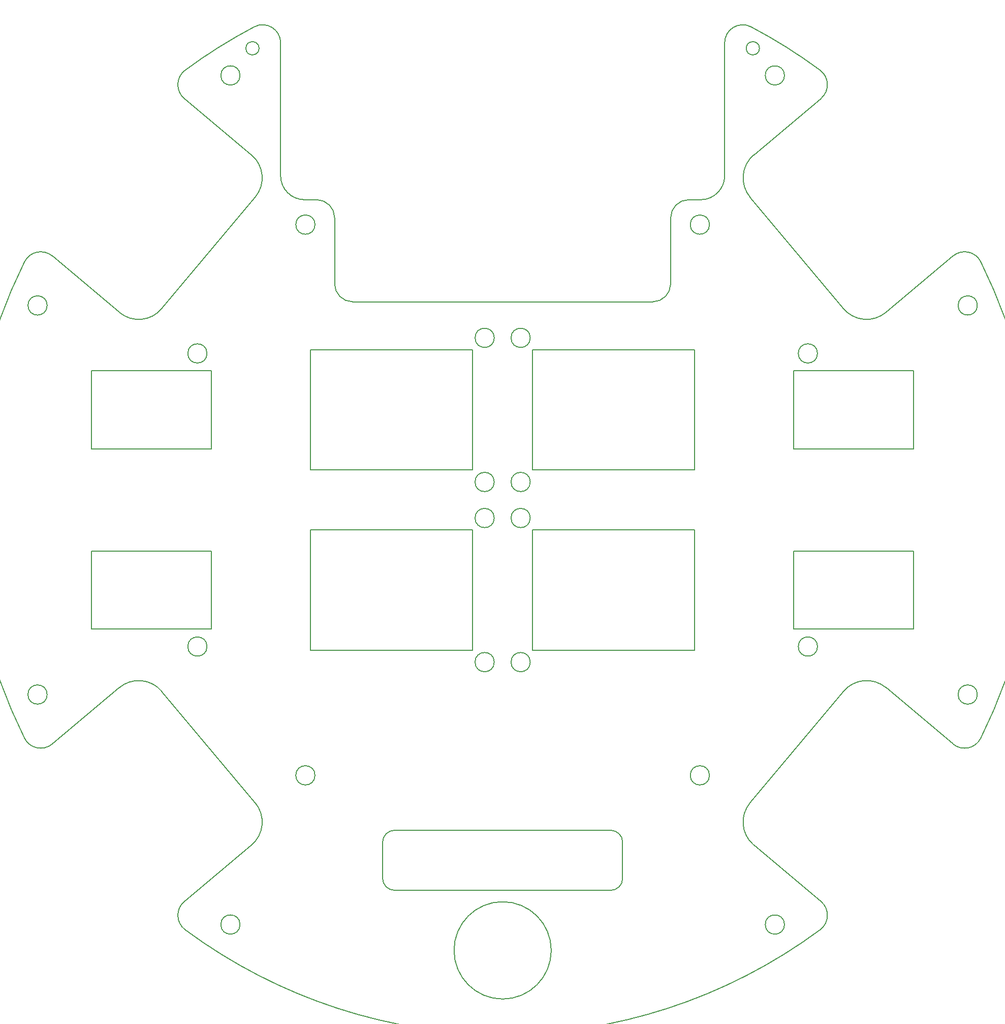
<source format=gm1>
G04 #@! TF.GenerationSoftware,KiCad,Pcbnew,7.0.9*
G04 #@! TF.CreationDate,2023-12-19T12:28:51+08:00*
G04 #@! TF.ProjectId,layer2,6c617965-7232-42e6-9b69-6361645f7063,rev?*
G04 #@! TF.SameCoordinates,Original*
G04 #@! TF.FileFunction,Profile,NP*
%FSLAX46Y46*%
G04 Gerber Fmt 4.6, Leading zero omitted, Abs format (unit mm)*
G04 Created by KiCad (PCBNEW 7.0.9) date 2023-12-19 12:28:51*
%MOMM*%
%LPD*%
G01*
G04 APERTURE LIST*
G04 #@! TA.AperFunction,Profile*
%ADD10C,0.200000*%
G04 #@! TD*
G04 APERTURE END LIST*
D10*
X29944656Y-64367696D02*
G75*
G03*
X25330811Y-65328595I-1928376J-2298074D01*
G01*
X29944652Y-145632300D02*
X41139374Y-136238813D01*
X151962107Y-175698510D02*
G75*
G03*
X151962107Y-175698510I-1600000J0D01*
G01*
X56500000Y-126500000D02*
X36500000Y-126500000D01*
X147793627Y-29782705D02*
G75*
G03*
X147793627Y-29782705I-1100000J0D01*
G01*
X153500000Y-113500000D02*
X173500000Y-113500000D01*
X73000000Y-110000000D02*
X100000000Y-110000000D01*
X109600000Y-108000000D02*
G75*
G03*
X109600000Y-108000000I-1600000J0D01*
G01*
X73000000Y-100000000D02*
X73000000Y-80000000D01*
X61237893Y-34301490D02*
G75*
G03*
X61237893Y-34301490I-1600000J0D01*
G01*
X25330836Y-144671393D02*
G75*
G03*
X29944652Y-145632300I2685464J1337193D01*
G01*
X157464887Y-80594994D02*
G75*
G03*
X157464887Y-80594994I-1600000J0D01*
G01*
X157903112Y-33430039D02*
G75*
G03*
X146395361Y-26212792I-52903612J-71570661D01*
G01*
X85000000Y-168000000D02*
G75*
G03*
X87000000Y-170000000I2000000J0D01*
G01*
X29098512Y-137396287D02*
G75*
G03*
X29098512Y-137396287I-1600000J0D01*
G01*
X173500000Y-83500000D02*
X173500000Y-96500000D01*
X184101488Y-72603713D02*
G75*
G03*
X184101488Y-72603713I-1600000J0D01*
G01*
X67999969Y-28868535D02*
G75*
G03*
X63604651Y-26212786I-2999969J35D01*
G01*
X68000000Y-51000000D02*
G75*
G03*
X72000000Y-55000000I4000000J0D01*
G01*
X55735113Y-129405006D02*
G75*
G03*
X55735113Y-129405006I-1600000J0D01*
G01*
X77000000Y-69000000D02*
G75*
G03*
X80000000Y-72000000I3000000J0D01*
G01*
X130000000Y-72000000D02*
G75*
G03*
X133000000Y-69000000I0J3000000D01*
G01*
X168860639Y-136238797D02*
G75*
G03*
X161816466Y-136855097I-3213939J-3830203D01*
G01*
X130000000Y-72000000D02*
X80000000Y-72000000D01*
X63762781Y-54578287D02*
G75*
G03*
X63146492Y-47534124I-3830231J3213937D01*
G01*
X153500000Y-126500000D02*
X153500000Y-113500000D01*
X51951774Y-171859366D02*
G75*
G03*
X52096883Y-176569968I1928326J-2298134D01*
G01*
X109600000Y-78000000D02*
G75*
G03*
X109600000Y-78000000I-1600000J0D01*
G01*
X73733166Y-150854251D02*
G75*
G03*
X73733166Y-150854251I-1600000J0D01*
G01*
X153500000Y-96500000D02*
X153500000Y-83500000D01*
X173500000Y-96500000D02*
X153500000Y-96500000D01*
X100000000Y-80000000D02*
X100000000Y-100000000D01*
X41139374Y-73761187D02*
X29944652Y-64367700D01*
X77000000Y-58000000D02*
G75*
G03*
X74000000Y-55000000I-3000000J0D01*
G01*
X36500000Y-126500000D02*
X36500000Y-113500000D01*
X85000000Y-162000000D02*
X85000000Y-168000000D01*
X137000000Y-110000000D02*
X137000000Y-130000000D01*
X73000000Y-80000000D02*
X100000000Y-80000000D01*
X151962107Y-34301490D02*
G75*
G03*
X151962107Y-34301490I-1600000J0D01*
G01*
X73733166Y-59145749D02*
G75*
G03*
X73733166Y-59145749I-1600000J0D01*
G01*
X161816482Y-73144889D02*
G75*
G03*
X168860626Y-73761187I3830218J3213889D01*
G01*
X139466834Y-59145749D02*
G75*
G03*
X139466834Y-59145749I-1600000J0D01*
G01*
X103600000Y-102000000D02*
G75*
G03*
X103600000Y-102000000I-1600000J0D01*
G01*
X100000000Y-100000000D02*
X73000000Y-100000000D01*
X36500000Y-96500000D02*
X36500000Y-83500000D01*
X133000000Y-58000000D02*
X133000000Y-69000000D01*
X110000000Y-130000000D02*
X110000000Y-110000000D01*
X73000000Y-130000000D02*
X73000000Y-110000000D01*
X63762777Y-54578283D02*
X48183534Y-73144903D01*
X142000000Y-28868535D02*
X142000000Y-51000000D01*
X77000000Y-69000000D02*
X77000000Y-58000000D01*
X48183534Y-136855097D02*
X63762777Y-155421717D01*
X125000000Y-168000000D02*
X125000000Y-162000000D01*
X74000000Y-55000000D02*
X72000000Y-55000000D01*
X100000000Y-110000000D02*
X100000000Y-130000000D01*
X110000000Y-100000000D02*
X110000000Y-80000000D01*
X56500000Y-96500000D02*
X36500000Y-96500000D01*
X87000000Y-170000000D02*
X123000000Y-170000000D01*
X180055331Y-145632320D02*
G75*
G03*
X184669188Y-144671405I1928369J2298120D01*
G01*
X103600000Y-108000000D02*
G75*
G03*
X103600000Y-108000000I-1600000J0D01*
G01*
X146853507Y-47534123D02*
X158048228Y-38140637D01*
X113100000Y-180000000D02*
G75*
G03*
X113100000Y-180000000I-8100000J0D01*
G01*
X103600000Y-78000000D02*
G75*
G03*
X103600000Y-78000000I-1600000J0D01*
G01*
X139466834Y-150854251D02*
G75*
G03*
X139466834Y-150854251I-1600000J0D01*
G01*
X157464887Y-129405006D02*
G75*
G03*
X157464887Y-129405006I-1600000J0D01*
G01*
X180055348Y-64367700D02*
X168860626Y-73761187D01*
X109600000Y-132000000D02*
G75*
G03*
X109600000Y-132000000I-1600000J0D01*
G01*
X138000000Y-55000000D02*
G75*
G03*
X142000000Y-51000000I0J4000000D01*
G01*
X123000000Y-160000000D02*
X87000000Y-160000000D01*
X146237223Y-155421717D02*
X161816466Y-136855097D01*
X137000000Y-80000000D02*
X137000000Y-100000000D01*
X41139377Y-73761184D02*
G75*
G03*
X48183533Y-73144902I3213943J3830154D01*
G01*
X173500000Y-126500000D02*
X153500000Y-126500000D01*
X184669189Y-144671405D02*
G75*
G03*
X184669189Y-65328595I-79669189J39671405D01*
G01*
X25330811Y-65328595D02*
G75*
G03*
X25330811Y-144671405I79669189J-39671405D01*
G01*
X110000000Y-80000000D02*
X137000000Y-80000000D01*
X137000000Y-100000000D02*
X110000000Y-100000000D01*
X136000000Y-55000000D02*
G75*
G03*
X133000000Y-58000000I0J-3000000D01*
G01*
X56500000Y-83500000D02*
X56500000Y-96500000D01*
X56500000Y-113500000D02*
X56500000Y-126500000D01*
X157903119Y-176569970D02*
G75*
G03*
X158048228Y-171859363I-1783219J2412470D01*
G01*
X63604653Y-26212790D02*
G75*
G03*
X52096883Y-33430033I41395247J-78787110D01*
G01*
X51951772Y-38140637D02*
X63146493Y-47534123D01*
X109600000Y-102000000D02*
G75*
G03*
X109600000Y-102000000I-1600000J0D01*
G01*
X153500000Y-83500000D02*
X173500000Y-83500000D01*
X137000000Y-130000000D02*
X110000000Y-130000000D01*
X52096883Y-176569968D02*
G75*
G03*
X157903117Y-176569968I52903117J71569971D01*
G01*
X146237219Y-155421713D02*
G75*
G03*
X146853508Y-162465876I3830231J-3213937D01*
G01*
X29098512Y-72603713D02*
G75*
G03*
X29098512Y-72603713I-1600000J0D01*
G01*
X48183518Y-136855111D02*
G75*
G03*
X41139374Y-136238813I-3830218J-3213889D01*
G01*
X184101488Y-137396287D02*
G75*
G03*
X184101488Y-137396287I-1600000J0D01*
G01*
X123000000Y-170000000D02*
G75*
G03*
X125000000Y-168000000I0J2000000D01*
G01*
X63146493Y-162465877D02*
X51951772Y-171859363D01*
X146395375Y-26212765D02*
G75*
G03*
X142000000Y-28868535I-1395375J-2655735D01*
G01*
X61237893Y-175698510D02*
G75*
G03*
X61237893Y-175698510I-1600000J0D01*
G01*
X184669164Y-65328607D02*
G75*
G03*
X180055348Y-64367700I-2685464J-1337193D01*
G01*
X64406373Y-29782705D02*
G75*
G03*
X64406373Y-29782705I-1100000J0D01*
G01*
X138000000Y-55000000D02*
X136000000Y-55000000D01*
X161816466Y-73144903D02*
X146237223Y-54578283D01*
X158048226Y-38140634D02*
G75*
G03*
X157903117Y-33430032I-1928326J2298134D01*
G01*
X63146496Y-162465881D02*
G75*
G03*
X63762777Y-155421717I-3213926J3830221D01*
G01*
X36500000Y-83500000D02*
X56500000Y-83500000D01*
X87000000Y-160000000D02*
G75*
G03*
X85000000Y-162000000I0J-2000000D01*
G01*
X52096881Y-33430030D02*
G75*
G03*
X51951772Y-38140637I1783219J-2412470D01*
G01*
X100000000Y-130000000D02*
X73000000Y-130000000D01*
X36500000Y-113500000D02*
X56500000Y-113500000D01*
X173500000Y-113500000D02*
X173500000Y-126500000D01*
X125000000Y-162000000D02*
G75*
G03*
X123000000Y-160000000I-2000000J0D01*
G01*
X110000000Y-110000000D02*
X137000000Y-110000000D01*
X146853504Y-47534119D02*
G75*
G03*
X146237223Y-54578283I3213926J-3830221D01*
G01*
X103600000Y-132000000D02*
G75*
G03*
X103600000Y-132000000I-1600000J0D01*
G01*
X55735113Y-80594994D02*
G75*
G03*
X55735113Y-80594994I-1600000J0D01*
G01*
X68000000Y-51000000D02*
X68000000Y-28868535D01*
X168860626Y-136238813D02*
X180055348Y-145632300D01*
X158048228Y-171859363D02*
X146853507Y-162465877D01*
M02*

</source>
